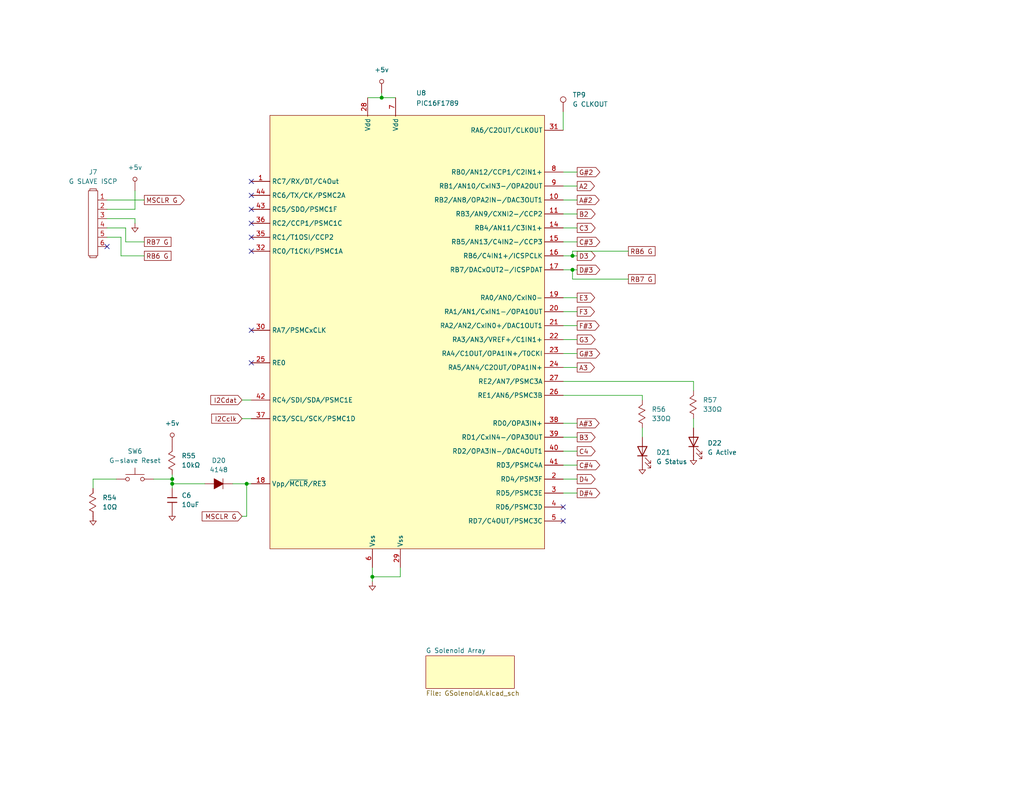
<source format=kicad_sch>
(kicad_sch (version 20231120) (generator "eeschema") (generator_version "8.0")
  (paper "A")
  (lib_symbols
    (symbol "Connector:TestPoint" (pin_numbers hide) (pin_names (offset 0.762) hide)
      (property "Reference" "TP" (at 0 6.858 0))
      (property "Value" "TestPoint" (at 0 5.08 0))
      (symbol "TestPoint_0_1"
        (circle (center 0 3.302) (radius 0.762))
      )
      (symbol "TestPoint_1_1"
        (pin passive line (at 0 0 90) (length 2.54) (name "1") (number "1"))
      )
    )
    (symbol "Custom Power:+5v" (power) (pin_numbers hide) (pin_names hide) (in_bom no) (on_board no)
      (property "Value" "+5v" (at 0 3.81 0))
      (symbol "+5v_0_1"
        (circle (center 0 1.8796) (radius 0.5611))
      )
      (symbol "+5v_1_1"
        (pin power_in line (at 0 -1.27 90) (length 2.54) (name "+5v") (number ""))
      )
    )
    (symbol "Custom Power:GND" (power) (pin_numbers hide) (pin_names hide) (in_bom no) (on_board no)
      (symbol "GND_0_1"
        (polyline (pts (xy -0.889 -1.27) (xy 0.889 -1.27) (xy 0 -2.413) (xy -0.889 -1.27)))
      )
      (symbol "GND_1_1"
        (pin power_in line (at 0 0 270) (length 1.27) (name "GND") (number "~"))
      )
    )
    (symbol "Device:LED" (pin_numbers hide) (pin_names (offset 1.016) hide)
      (property "Reference" "D" (at 0 2.54 0))
      (property "Value" "LED" (at 0 -2.54 0))
      (symbol "LED_0_1"
        (polyline (pts (xy -1.27 -1.27) (xy -1.27 1.27)) (stroke (width 0.254)))
        (polyline (pts (xy -1.27 0) (xy 1.27 0)))
        (polyline (pts (xy 1.27 -1.27) (xy 1.27 1.27) (xy -1.27 0) (xy 1.27 -1.27)) (stroke (width 0.254)))
        (polyline (pts (xy -3.048 -0.762) (xy -4.572 -2.286) (xy -3.81 -2.286) (xy -4.572 -2.286) (xy -4.572 -1.524)))
        (polyline (pts (xy -1.778 -0.762) (xy -3.302 -2.286) (xy -2.54 -2.286) (xy -3.302 -2.286) (xy -3.302 -1.524)))
      )
      (symbol "LED_1_1"
        (pin passive line (at -3.81 0 0) (length 2.54) (name "K") (number "1"))
        (pin passive line (at 3.81 0 180) (length 2.54) (name "A") (number "2"))
      )
    )
    (symbol "Owen's Symbols:Capacitor" (pin_numbers hide) (pin_names hide)
      (property "Reference" "C" (at 2.54 0 0))
      (property "Value" "?" (at 2.54 -2.54 0))
      (symbol "Capacitor_1_1"
        (polyline (pts (xy -1.27 -3.81) (xy 1.27 -3.81)) (stroke (width 0.254)))
        (polyline (pts (xy -1.27 -2.54) (xy 1.27 -2.54)) (stroke (width 0.254)))
        (pin passive line (at 0 0 270) (length 2.54) (name "1") (number "1"))
        (pin passive line (at 0 -6.35 90) (length 2.54) (name "2") (number "2"))
      )
    )
    (symbol "Owen's Symbols:Diode" (pin_numbers hide) (pin_names hide)
      (property "Reference" "D" (at 3.81 -1.27 0))
      (property "Value" "Vz" (at 3.81 -3.81 0))
      (symbol "Diode_0_1"
        (polyline (pts (xy -1.397 -4.953) (xy 1.397 -4.953) (xy 1.397 -4.953)))
      )
      (symbol "Diode_1_1"
        (polyline (pts (xy -1.397 -2.54) (xy 1.397 -2.54) (xy 0 -5.08) (xy -1.397 -2.54)) (fill (type outline)))
        (pin passive line (at 0 -7.62 90) (length 2.54) (name "1") (number "1"))
        (pin passive line (at 0 0 270) (length 2.54) (name "2") (number "2"))
      )
    )
    (symbol "Owen's Symbols:Header_1x6" (pin_names hide)
      (property "Reference" "J" (at -8.89 -3.81 0))
      (property "Value" "?" (at -8.89 -6.35 0))
      (symbol "Header_1x6_0_1"
        (rectangle (start -5.08 2.54) (end -2.54 -15.24))
        (polyline (pts (xy -4.699 -15.24) (xy -4.699 -15.748) (xy -2.921 -15.748) (xy -2.921 -15.24)))
        (polyline (pts (xy -4.699 2.54) (xy -4.699 3.048) (xy -2.921 3.048) (xy -2.921 2.54)))
      )
      (symbol "Header_1x6_1_1"
        (pin passive line (at 0 0 180) (length 2.54) (name "1") (number "1"))
        (pin passive line (at 0 -2.54 180) (length 2.54) (name "2") (number "2"))
        (pin passive line (at 0 -5.08 180) (length 2.54) (name "3") (number "3"))
        (pin passive line (at 0 -7.62 180) (length 2.54) (name "4") (number "4"))
        (pin passive line (at 0 -10.16 180) (length 2.54) (name "5") (number "5"))
        (pin passive line (at 0 -12.7 180) (length 2.54) (name "6") (number "6"))
      )
    )
    (symbol "Owen's Symbols:PIC16F1789_44"
      (property "Reference" "U" (at -37.592 5.334 0))
      (property "Value" "PIC16F1789" (at -31.75 4.826 0))
      (symbol "PIC16F1789_44_1_0"
        (pin bidirectional line (at 45.72 -3.81 180) (length 5.08) (name "RA6/C2OUT/CLKOUT") (number "31"))
      )
      (symbol "PIC16F1789_44_1_1"
        (rectangle (start -34.29 0) (end 40.64 -118.11) (fill (type background)))
        (pin bidirectional line (at 45.72 -76.2 180) (length 5.08) (name "RC7/RX/DT/C4Out") (number "1"))
        (pin bidirectional line (at 45.72 -22.86 180) (length 5.08) (name "RB2/AN8/OPA2IN-/DAC3OUT1") (number "10"))
        (pin bidirectional line (at 45.72 -26.67 180) (length 5.08) (name "RB3/AN9/CXNI2-/CCP2") (number "11"))
        (pin bidirectional line (at 45.72 -30.48 180) (length 5.08) (name "RB4/AN11/C3IN1+") (number "14"))
        (pin bidirectional line (at 45.72 -34.29 180) (length 5.08) (name "RB5/AN13/C4IN2-/CCP3") (number "15"))
        (pin bidirectional line (at 45.72 -38.1 180) (length 5.08) (name "RB6/C4IN1+/ICSPCLK") (number "16"))
        (pin bidirectional line (at 45.72 -41.91 180) (length 5.08) (name "RB7/DACxOUT2-/ICSPDAT") (number "17"))
        (pin bidirectional line (at -39.37 -100.33 0) (length 5.08) (name "Vpp/~{MCLR}/RE3") (number "18"))
        (pin bidirectional line (at -39.37 -15.24 0) (length 5.08) (name "RA0/AN0/CxIN0-") (number "19"))
        (pin bidirectional line (at 45.72 -99.06 180) (length 5.08) (name "RD4/PSM3F") (number "2"))
        (pin bidirectional line (at -39.37 -19.05 0) (length 5.08) (name "RA1/AN1/CxIN1-/OPA1OUT") (number "20"))
        (pin bidirectional line (at -39.37 -22.86 0) (length 5.08) (name "RA2/AN2/CxIN0+/DAC1OUT1") (number "21"))
        (pin bidirectional line (at -39.37 -26.67 0) (length 5.08) (name "RA3/AN3/VREF+/C1IN1+") (number "22"))
        (pin bidirectional line (at -39.37 -30.48 0) (length 5.08) (name "RA4/C1OUT/OPA1IN+/T0CKI") (number "23"))
        (pin bidirectional line (at -39.37 -34.29 0) (length 5.08) (name "RA5/AN4/C2OUT/OPA1IN+") (number "24"))
        (pin bidirectional line (at -39.37 -68.58 0) (length 5.08) (name "RE0") (number "25"))
        (pin bidirectional line (at -39.37 -63.5 0) (length 5.08) (name "RE1/AN6/PSMC3B") (number "26"))
        (pin bidirectional line (at -39.37 -59.69 0) (length 5.08) (name "RE2/AN7/PSMC3A") (number "27"))
        (pin bidirectional line (at -7.62 5.08 270) (length 5.08) (name "Vdd") (number "28"))
        (pin bidirectional line (at 1.27 -123.19 90) (length 5.08) (name "Vss") (number "29"))
        (pin bidirectional line (at 45.72 -102.87 180) (length 5.08) (name "RD5/PSMC3E") (number "3"))
        (pin bidirectional line (at -39.37 -41.91 0) (length 5.08) (name "RA7/PSMCxCLK") (number "30"))
        (pin bidirectional line (at -39.37 -38.1 0) (length 5.08) (name "RA6/C2OUT/CLKOUT") (number "31"))
        (pin bidirectional line (at 45.72 -49.53 180) (length 5.08) (name "RC0/T1CKI/PSMC1A") (number "32"))
        (pin bidirectional line (at 45.72 -53.34 180) (length 5.08) (name "RC1/T1OSI/CCP2") (number "35"))
        (pin bidirectional line (at 45.72 -57.15 180) (length 5.08) (name "RC2/CCP1/PSMC1C") (number "36"))
        (pin bidirectional line (at 45.72 -60.96 180) (length 5.08) (name "RC3/SCL/SCK/PSMC1D") (number "37"))
        (pin bidirectional line (at 45.72 -83.82 180) (length 5.08) (name "RD0/OPA3IN+") (number "38"))
        (pin bidirectional line (at 45.72 -87.63 180) (length 5.08) (name "RD1/CxIN4-/OPA3OUT") (number "39"))
        (pin bidirectional line (at 45.72 -106.68 180) (length 5.08) (name "RD6/PSMC3D") (number "4"))
        (pin bidirectional line (at 45.72 -91.44 180) (length 5.08) (name "RD2/OPA3IN-/DAC4OUT1") (number "40"))
        (pin bidirectional line (at 45.72 -95.25 180) (length 5.08) (name "RD3/PSMC4A") (number "41"))
        (pin bidirectional line (at 45.72 -64.77 180) (length 5.08) (name "RC4/SDI/SDA/PSMC1E") (number "42"))
        (pin bidirectional line (at 45.72 -68.58 180) (length 5.08) (name "RC5/SDO/PSMC1F") (number "43"))
        (pin bidirectional line (at 45.72 -72.39 180) (length 5.08) (name "RC6/TX/CK/PSMC2A") (number "44"))
        (pin bidirectional line (at 45.72 -110.49 180) (length 5.08) (name "RD7/C4OUT/PSMC3C") (number "5"))
        (pin bidirectional line (at -6.35 -123.19 90) (length 5.08) (name "Vss") (number "6"))
        (pin bidirectional line (at 0 5.08 270) (length 5.08) (name "Vdd") (number "7"))
        (pin bidirectional line (at 45.72 -15.24 180) (length 5.08) (name "RB0/AN12/CCP1/C2IN1+") (number "8"))
        (pin bidirectional line (at 45.72 -19.05 180) (length 5.08) (name "RB1/AN10/CxIN3-/OPA2OUT") (number "9"))
      )
      (symbol "PIC16F1789_44_1_2"
        (rectangle (start -34.29 0.254) (end 40.64 -118.11) (fill (type background)))
        (pin bidirectional line (at -39.37 -17.78 0) (length 5.08) (name "RC7/RX/DT/C4Out") (number "1"))
        (pin bidirectional line (at 45.72 -22.86 180) (length 5.08) (name "RB2/AN8/OPA2IN-/DAC3OUT1") (number "10"))
        (pin bidirectional line (at 45.72 -26.67 180) (length 5.08) (name "RB3/AN9/CXNI2-/CCP2") (number "11"))
        (pin bidirectional line (at 45.72 -30.48 180) (length 5.08) (name "RB4/AN11/C3IN1+") (number "14"))
        (pin bidirectional line (at 45.72 -34.29 180) (length 5.08) (name "RB5/AN13/C4IN2-/CCP3") (number "15"))
        (pin bidirectional line (at 45.72 -38.1 180) (length 5.08) (name "RB6/C4IN1+/ICSPCLK") (number "16"))
        (pin bidirectional line (at 45.72 -41.91 180) (length 5.08) (name "RB7/DACxOUT2-/ICSPDAT") (number "17"))
        (pin bidirectional line (at -39.37 -100.33 0) (length 5.08) (name "Vpp/~{MCLR}/RE3") (number "18"))
        (pin bidirectional line (at 45.72 -49.53 180) (length 5.08) (name "RA0/AN0/CxIN0-") (number "19"))
        (pin bidirectional line (at 45.72 -99.06 180) (length 5.08) (name "RD4/PSM3F") (number "2"))
        (pin bidirectional line (at 45.72 -53.34 180) (length 5.08) (name "RA1/AN1/CxIN1-/OPA1OUT") (number "20"))
        (pin bidirectional line (at 45.72 -57.15 180) (length 5.08) (name "RA2/AN2/CxIN0+/DAC1OUT1") (number "21"))
        (pin bidirectional line (at 45.72 -60.96 180) (length 5.08) (name "RA3/AN3/VREF+/C1IN1+") (number "22"))
        (pin bidirectional line (at 45.72 -64.77 180) (length 5.08) (name "RA4/C1OUT/OPA1IN+/T0CKI") (number "23"))
        (pin bidirectional line (at 45.72 -68.58 180) (length 5.08) (name "RA5/AN4/C2OUT/OPA1IN+") (number "24"))
        (pin bidirectional line (at -39.37 -67.31 0) (length 5.08) (name "RE0") (number "25"))
        (pin bidirectional line (at 45.72 -76.2 180) (length 5.08) (name "RE1/AN6/PSMC3B") (number "26"))
        (pin bidirectional line (at 45.72 -72.39 180) (length 5.08) (name "RE2/AN7/PSMC3A") (number "27"))
        (pin bidirectional line (at -7.62 5.08 270) (length 5.08) (name "Vdd") (number "28"))
        (pin bidirectional line (at 1.27 -123.19 90) (length 5.08) (name "Vss") (number "29"))
        (pin bidirectional line (at 45.72 -102.87 180) (length 5.08) (name "RD5/PSMC3E") (number "3"))
        (pin bidirectional line (at -39.37 -58.42 0) (length 5.08) (name "RA7/PSMCxCLK") (number "30"))
        (pin bidirectional line (at -39.37 -36.83 0) (length 5.08) (name "RC0/T1CKI/PSMC1A") (number "32"))
        (pin bidirectional line (at -39.37 -33.02 0) (length 5.08) (name "RC1/T1OSI/CCP2") (number "35"))
        (pin bidirectional line (at -39.37 -29.21 0) (length 5.08) (name "RC2/CCP1/PSMC1C") (number "36"))
        (pin bidirectional line (at -39.37 -82.55 0) (length 5.08) (name "RC3/SCL/SCK/PSMC1D") (number "37"))
        (pin bidirectional line (at 45.72 -83.82 180) (length 5.08) (name "RD0/OPA3IN+") (number "38"))
        (pin bidirectional line (at 45.72 -87.63 180) (length 5.08) (name "RD1/CxIN4-/OPA3OUT") (number "39"))
        (pin bidirectional line (at 45.72 -106.68 180) (length 5.08) (name "RD6/PSMC3D") (number "4"))
        (pin bidirectional line (at 45.72 -91.44 180) (length 5.08) (name "RD2/OPA3IN-/DAC4OUT1") (number "40"))
        (pin bidirectional line (at 45.72 -95.25 180) (length 5.08) (name "RD3/PSMC4A") (number "41"))
        (pin bidirectional line (at -39.37 -77.47 0) (length 5.08) (name "RC4/SDI/SDA/PSMC1E") (number "42"))
        (pin bidirectional line (at -39.37 -25.4 0) (length 5.08) (name "RC5/SDO/PSMC1F") (number "43"))
        (pin bidirectional line (at -39.37 -21.59 0) (length 5.08) (name "RC6/TX/CK/PSMC2A") (number "44"))
        (pin bidirectional line (at 45.72 -110.49 180) (length 5.08) (name "RD7/C4OUT/PSMC3C") (number "5"))
        (pin bidirectional line (at -6.35 -123.19 90) (length 5.08) (name "Vss") (number "6"))
        (pin bidirectional line (at 0 5.08 270) (length 5.08) (name "Vdd") (number "7"))
        (pin bidirectional line (at 45.72 -15.24 180) (length 5.08) (name "RB0/AN12/CCP1/C2IN1+") (number "8"))
        (pin bidirectional line (at 45.72 -19.05 180) (length 5.08) (name "RB1/AN10/CxIN3-/OPA2OUT") (number "9"))
      )
    )
    (symbol "Owen's Symbols:Resistor_Mod" (pin_numbers hide) (pin_names (offset 0) hide)
      (property "Reference" "R" (at 0 4.318 0))
      (property "Value" "ValueΩ" (at 0 2.54 0))
      (symbol "Resistor_Mod_0_1"
        (polyline (pts (xy -2.54 0) (xy -2.032 1.016) (xy -1.016 -0.762) (xy 0 1.016) (xy 1.016 -0.762) (xy 1.778 1.016) (xy 2.54 0)))
      )
      (symbol "Resistor_Mod_1_1"
        (pin passive line (at -3.81 0 0) (length 1.27) (name "1") (number "1"))
        (pin passive line (at 3.81 0 180) (length 1.27) (name "2") (number "2"))
      )
    )
    (symbol "Switch:SW_Push" (pin_numbers hide) (pin_names (offset 1.016) hide)
      (property "Reference" "SW" (at 1.27 2.54 0))
      (property "Value" "SW_Push" (at 0 -1.524 0))
      (symbol "SW_Push_0_1"
        (circle (center -2.032 0) (radius 0.508))
        (polyline (pts (xy 0 1.27) (xy 0 3.048)))
        (polyline (pts (xy 2.54 1.27) (xy -2.54 1.27)))
        (circle (center 2.032 0) (radius 0.508))
        (pin passive line (at -5.08 0 0) (length 2.54) (name "1") (number "1"))
        (pin passive line (at 5.08 0 180) (length 2.54) (name "2") (number "2"))
      )
    )
  )
  (junction (at 46.99 132.08))
  (junction (at 156.21 69.85))
  (junction (at 101.6 157.48))
  (junction (at 104.14 26.67))
  (junction (at 156.21 73.66))
  (junction (at 46.99 130.81))
  (junction (at 67.31 132.08))
  (no_connect (at 153.67 142.24))
  (no_connect (at 68.58 68.58))
  (no_connect (at 153.67 138.43))
  (no_connect (at 68.58 99.06))
  (no_connect (at 68.58 90.17))
  (no_connect (at 68.58 57.15))
  (no_connect (at 29.21 67.31))
  (no_connect (at 68.58 64.77))
  (no_connect (at 68.58 49.53))
  (no_connect (at 68.58 60.96))
  (no_connect (at 68.58 53.34))
  (wire (pts (xy 55.88 132.08) (xy 46.99 132.08)))
  (wire (pts (xy 46.99 130.81) (xy 46.99 129.54)))
  (wire (pts (xy 156.21 76.2) (xy 156.21 73.66)))
  (wire (pts (xy 63.5 132.08) (xy 67.31 132.08)))
  (wire (pts (xy 67.31 132.08) (xy 68.58 132.08)))
  (wire (pts (xy 25.4 133.35) (xy 25.4 130.81)))
  (wire (pts (xy 29.21 62.23) (xy 34.29 62.23)))
  (wire (pts (xy 153.67 100.33) (xy 157.48 100.33)))
  (wire (pts (xy 67.31 140.97) (xy 67.31 132.08)))
  (wire (pts (xy 41.91 130.81) (xy 46.99 130.81)))
  (wire (pts (xy 156.21 68.58) (xy 171.45 68.58)))
  (wire (pts (xy 153.67 96.52) (xy 157.48 96.52)))
  (wire (pts (xy 156.21 76.2) (xy 171.45 76.2)))
  (wire (pts (xy 153.67 134.62) (xy 157.48 134.62)))
  (wire (pts (xy 153.67 127) (xy 157.48 127)))
  (wire (pts (xy 34.29 66.04) (xy 39.37 66.04)))
  (wire (pts (xy 189.23 104.14) (xy 189.23 106.68)))
  (wire (pts (xy 36.83 57.15) (xy 36.83 52.07)))
  (wire (pts (xy 101.6 157.48) (xy 101.6 158.75)))
  (wire (pts (xy 29.21 57.15) (xy 36.83 57.15)))
  (wire (pts (xy 66.04 140.97) (xy 67.31 140.97)))
  (wire (pts (xy 34.29 62.23) (xy 34.29 66.04)))
  (wire (pts (xy 109.22 154.94) (xy 109.22 157.48)))
  (wire (pts (xy 153.67 62.23) (xy 157.48 62.23)))
  (wire (pts (xy 36.83 59.69) (xy 36.83 60.96)))
  (wire (pts (xy 46.99 132.08) (xy 46.99 133.35)))
  (wire (pts (xy 153.67 58.42) (xy 157.48 58.42)))
  (wire (pts (xy 101.6 157.48) (xy 109.22 157.48)))
  (wire (pts (xy 66.04 109.22) (xy 68.58 109.22)))
  (wire (pts (xy 153.67 85.09) (xy 157.48 85.09)))
  (wire (pts (xy 66.04 114.3) (xy 68.58 114.3)))
  (wire (pts (xy 104.14 25.4) (xy 104.14 26.67)))
  (wire (pts (xy 33.02 69.85) (xy 33.02 64.77)))
  (wire (pts (xy 153.67 69.85) (xy 156.21 69.85)))
  (wire (pts (xy 153.67 30.48) (xy 153.67 35.56)))
  (wire (pts (xy 153.67 92.71) (xy 157.48 92.71)))
  (wire (pts (xy 25.4 130.81) (xy 31.75 130.81)))
  (wire (pts (xy 156.21 73.66) (xy 157.48 73.66)))
  (wire (pts (xy 153.67 73.66) (xy 156.21 73.66)))
  (wire (pts (xy 29.21 54.61) (xy 39.37 54.61)))
  (wire (pts (xy 153.67 130.81) (xy 157.48 130.81)))
  (wire (pts (xy 156.21 69.85) (xy 157.48 69.85)))
  (wire (pts (xy 153.67 66.04) (xy 157.48 66.04)))
  (wire (pts (xy 100.33 26.67) (xy 104.14 26.67)))
  (wire (pts (xy 33.02 64.77) (xy 29.21 64.77)))
  (wire (pts (xy 153.67 88.9) (xy 157.48 88.9)))
  (wire (pts (xy 153.67 81.28) (xy 157.48 81.28)))
  (wire (pts (xy 153.67 54.61) (xy 157.48 54.61)))
  (wire (pts (xy 189.23 114.3) (xy 189.23 116.84)))
  (wire (pts (xy 153.67 123.19) (xy 157.48 123.19)))
  (wire (pts (xy 46.99 132.08) (xy 46.99 130.81)))
  (wire (pts (xy 156.21 68.58) (xy 156.21 69.85)))
  (wire (pts (xy 175.26 116.84) (xy 175.26 119.38)))
  (wire (pts (xy 101.6 154.94) (xy 101.6 157.48)))
  (wire (pts (xy 175.26 109.22) (xy 175.26 107.95)))
  (wire (pts (xy 153.67 50.8) (xy 157.48 50.8)))
  (wire (pts (xy 104.14 26.67) (xy 107.95 26.67)))
  (wire (pts (xy 39.37 69.85) (xy 33.02 69.85)))
  (wire (pts (xy 153.67 115.57) (xy 157.48 115.57)))
  (wire (pts (xy 153.67 119.38) (xy 157.48 119.38)))
  (wire (pts (xy 175.26 107.95) (xy 153.67 107.95)))
  (wire (pts (xy 29.21 59.69) (xy 36.83 59.69)))
  (wire (pts (xy 153.67 46.99) (xy 157.48 46.99)))
  (wire (pts (xy 153.67 104.14) (xy 189.23 104.14)))
  (global_label "MSCLR G" (shape input) (at 66.04 140.97 180) (property "Intersheetrefs" "${INTERSHEET_REFS}" (effects (hide yes))))
  (global_label "D#4" (shape output) (at 157.48 134.62 0) (property "Intersheetrefs" "${INTERSHEET_REFS}" (effects (hide yes))))
  (global_label "C4" (shape output) (at 157.48 123.19 0) (property "Intersheetrefs" "${INTERSHEET_REFS}" (effects (hide yes))))
  (global_label "D4" (shape output) (at 157.48 130.81 0) (property "Intersheetrefs" "${INTERSHEET_REFS}" (effects (hide yes))))
  (global_label "I2Cdat" (shape input) (at 66.04 109.22 180) (property "Intersheetrefs" "${INTERSHEET_REFS}" (effects (hide yes))))
  (global_label "C#3" (shape output) (at 157.48 66.04 0) (property "Intersheetrefs" "${INTERSHEET_REFS}" (effects (hide yes))))
  (global_label "RB6 G" (shape passive) (at 39.37 69.85 0) (property "Intersheetrefs" "${INTERSHEET_REFS}" (effects (hide yes))))
  (global_label "F#3" (shape output) (at 157.48 88.9 0) (property "Intersheetrefs" "${INTERSHEET_REFS}" (effects (hide yes))))
  (global_label "RB7 G" (shape passive) (at 39.37 66.04 0) (property "Intersheetrefs" "${INTERSHEET_REFS}" (effects (hide yes))))
  (global_label "G#3" (shape output) (at 157.48 96.52 0) (property "Intersheetrefs" "${INTERSHEET_REFS}" (effects (hide yes))))
  (global_label "G3" (shape output) (at 157.48 92.71 0) (property "Intersheetrefs" "${INTERSHEET_REFS}" (effects (hide yes))))
  (global_label "C#4" (shape output) (at 157.48 127 0) (property "Intersheetrefs" "${INTERSHEET_REFS}" (effects (hide yes))))
  (global_label "RB6 G" (shape passive) (at 171.45 68.58 0) (property "Intersheetrefs" "${INTERSHEET_REFS}" (effects (hide yes))))
  (global_label "A2" (shape output) (at 157.48 50.8 0) (property "Intersheetrefs" "${INTERSHEET_REFS}" (effects (hide yes))))
  (global_label "F3" (shape output) (at 157.48 85.09 0) (property "Intersheetrefs" "${INTERSHEET_REFS}" (effects (hide yes))))
  (global_label "A#3" (shape output) (at 157.48 115.57 0) (property "Intersheetrefs" "${INTERSHEET_REFS}" (effects (hide yes))))
  (global_label "I2Cclk" (shape input) (at 66.04 114.3 180) (property "Intersheetrefs" "${INTERSHEET_REFS}" (effects (hide yes))))
  (global_label "D#3" (shape output) (at 157.48 73.66 0) (property "Intersheetrefs" "${INTERSHEET_REFS}" (effects (hide yes))))
  (global_label "A3" (shape output) (at 157.48 100.33 0) (property "Intersheetrefs" "${INTERSHEET_REFS}" (effects (hide yes))))
  (global_label "C3" (shape output) (at 157.48 62.23 0) (property "Intersheetrefs" "${INTERSHEET_REFS}" (effects (hide yes))))
  (global_label "A#2" (shape output) (at 157.48 54.61 0) (property "Intersheetrefs" "${INTERSHEET_REFS}" (effects (hide yes))))
  (global_label "G#2" (shape output) (at 157.48 46.99 0) (property "Intersheetrefs" "${INTERSHEET_REFS}" (effects (hide yes))))
  (global_label "B3" (shape output) (at 157.48 119.38 0) (property "Intersheetrefs" "${INTERSHEET_REFS}" (effects (hide yes))))
  (global_label "D3" (shape output) (at 157.48 69.85 0) (property "Intersheetrefs" "${INTERSHEET_REFS}" (effects (hide yes))))
  (global_label "E3" (shape output) (at 157.48 81.28 0) (property "Intersheetrefs" "${INTERSHEET_REFS}" (effects (hide yes))))
  (global_label "RB7 G" (shape passive) (at 171.45 76.2 0) (property "Intersheetrefs" "${INTERSHEET_REFS}" (effects (hide yes))))
  (global_label "B2" (shape output) (at 157.48 58.42 0) (property "Intersheetrefs" "${INTERSHEET_REFS}" (effects (hide yes))))
  (global_label "MSCLR G" (shape output) (at 39.37 54.61 0) (property "Intersheetrefs" "${INTERSHEET_REFS}" (effects (hide yes))))
  (symbol (lib_id "Owen's Symbols:Resistor_Mod") (at 175.26 113.03 90) (unit 1)
    (property "Reference" "R56" (at 177.8 111.7599 90) (effects (justify right)))
    (property "Value" "330Ω" (at 177.8 114.2999 90) (effects (justify right)))
    (property "Footprint" "Resistor_SMD:R_0805_2012Metric_Pad1.20x1.40mm_HandSolder" (effects (hide yes)))
  )
  (symbol (lib_id "Owen's Symbols:Resistor_Mod") (at 46.99 125.73 90) (unit 1)
    (property "Reference" "R55" (at 49.53 124.4599 90) (effects (justify right)))
    (property "Value" "10kΩ" (at 49.53 126.9999 90) (effects (justify right)))
    (property "Footprint" "Resistor_SMD:R_0805_2012Metric_Pad1.20x1.40mm_HandSolder" (effects (hide yes)))
  )
  (symbol (lib_id "Owen's Symbols:Header_1x6") (at 29.21 54.61 0) (unit 1)
    (property "Reference" "J7" (at 25.4 46.99 0))
    (property "Value" "G SLAVE ISCP" (at 25.4 49.53 0))
    (property "Footprint" "Connector_PinHeader_2.54mm:PinHeader_1x06_P2.54mm_Vertical" (effects (hide yes)))
  )
  (symbol (lib_id "Device:LED") (at 189.23 120.65 90) (unit 1)
    (property "Reference" "D22" (at 193.04 120.9674 90) (effects (justify right)))
    (property "Value" "G Active" (at 193.04 123.5074 90) (effects (justify right)))
    (property "Footprint" "Diode_SMD:D_0805_2012Metric_Pad1.15x1.40mm_HandSolder" (effects (hide yes)))
    (property "Description" "Light emitting diode" (effects (hide yes)))
  )
  (symbol (lib_id "Switch:SW_Push") (at 36.83 130.81 0) (unit 1)
    (property "Reference" "SW6" (at 36.83 123.19 0))
    (property "Value" "G-slave Reset" (at 36.83 125.73 0))
    (property "Description" "Push button switch, generic, two pins" (effects (hide yes)))
  )
  (symbol (lib_id "Owen's Symbols:Resistor_Mod") (at 189.23 110.49 90) (unit 1)
    (property "Reference" "R57" (at 191.77 109.2199 90) (effects (justify right)))
    (property "Value" "330Ω" (at 191.77 111.7599 90) (effects (justify right)))
    (property "Footprint" "Resistor_SMD:R_0805_2012Metric_Pad1.20x1.40mm_HandSolder" (effects (hide yes)))
  )
  (symbol (lib_id "Connector:TestPoint") (at 153.67 30.48 0) (unit 1)
    (property "Reference" "TP9" (at 156.21 25.9079 0) (effects (justify left)))
    (property "Value" "G CLKOUT" (at 156.21 28.4479 0) (effects (justify left)))
    (property "Description" "test point" (effects (hide yes)))
  )
  (symbol (lib_id "Owen's Symbols:Capacitor") (at 46.99 133.35 0) (unit 1)
    (property "Reference" "C6" (at 49.53 135.2549 0) (effects (justify left)))
    (property "Value" "10uF" (at 49.53 137.7949 0) (effects (justify left)))
    (property "Footprint" "Capacitor_SMD:C_0805_2012Metric_Pad1.18x1.45mm_HandSolder" (effects (hide yes)))
  )
  (symbol (lib_id "Owen's Symbols:PIC16F1789_44") (at 107.95 31.75 0) (unit 1) (convert 2)
    (property "Reference" "U8" (at 113.538 25.4 0) (effects (justify left)))
    (property "Value" "PIC16F1789" (at 113.538 28.194 0) (effects (justify left)))
  )
  (symbol (lib_id "Custom Power:GND") (at 175.26 127 0) (unit 1) (in_bom no) (on_board no)
    (property "Reference" "#PWR088" (effects (hide yes)))
    (property "Value" "GND" (effects (hide yes)))
  )
  (symbol (lib_id "Owen's Symbols:Diode") (at 55.88 132.08 90) (unit 1)
    (property "Reference" "D20" (at 59.69 125.73 90))
    (property "Value" "4148" (at 59.69 128.27 90))
    (property "Footprint" "Diode_SMD:D_0805_2012Metric_Pad1.15x1.40mm_HandSolder" (effects (hide yes)))
  )
  (symbol (lib_id "Custom Power:GND") (at 46.99 139.7 0) (unit 1) (in_bom no) (on_board no)
    (property "Reference" "#PWR085" (effects (hide yes)))
    (property "Value" "GND" (effects (hide yes)))
  )
  (symbol (lib_id "Device:LED") (at 175.26 123.19 90) (unit 1)
    (property "Reference" "D21" (at 179.07 123.5074 90) (effects (justify right)))
    (property "Value" "G Status" (at 179.07 126.0474 90) (effects (justify right)))
    (property "Footprint" "Diode_SMD:D_0805_2012Metric_Pad1.15x1.40mm_HandSolder" (effects (hide yes)))
    (property "Description" "Light emitting diode" (effects (hide yes)))
  )
  (symbol (lib_id "Custom Power:+5v") (at 104.14 24.13 0) (unit 1) (in_bom no) (on_board no)
    (property "Reference" "#PWR087" (effects (hide yes)))
    (property "Value" "+5v" (at 104.14 19.05 0))
  )
  (symbol (lib_id "Custom Power:+5v") (at 46.99 120.65 0) (unit 1) (in_bom no) (on_board no)
    (property "Reference" "#PWR084" (effects (hide yes)))
    (property "Value" "+5v" (at 46.99 115.57 0))
  )
  (symbol (lib_id "Custom Power:GND") (at 101.6 158.75 0) (unit 1) (in_bom no) (on_board no)
    (property "Reference" "#PWR086" (effects (hide yes)))
    (property "Value" "GND" (effects (hide yes)))
  )
  (symbol (lib_id "Custom Power:+5v") (at 36.83 50.8 0) (unit 1) (in_bom no) (on_board no)
    (property "Reference" "#PWR082" (effects (hide yes)))
    (property "Value" "+5v" (at 36.83 45.72 0))
  )
  (symbol (lib_id "Custom Power:GND") (at 25.4 140.97 0) (unit 1) (in_bom no) (on_board no)
    (property "Reference" "#PWR081" (effects (hide yes)))
    (property "Value" "GND" (effects (hide yes)))
  )
  (symbol (lib_id "Owen's Symbols:Resistor_Mod") (at 25.4 137.16 90) (unit 1)
    (property "Reference" "R54" (at 27.94 135.8899 90) (effects (justify right)))
    (property "Value" "10Ω" (at 27.94 138.4299 90) (effects (justify right)))
    (property "Footprint" "Resistor_SMD:R_0805_2012Metric_Pad1.20x1.40mm_HandSolder" (effects (hide yes)))
  )
  (symbol (lib_id "Custom Power:GND") (at 36.83 60.96 0) (unit 1) (in_bom no) (on_board no)
    (property "Reference" "#PWR083" (effects (hide yes)))
    (property "Value" "GND" (effects (hide yes)))
  )
  (symbol (lib_id "Custom Power:GND") (at 189.23 124.46 0) (unit 1) (in_bom no) (on_board no)
    (property "Reference" "#PWR089" (effects (hide yes)))
    (property "Value" "GND" (effects (hide yes)))
  )
  (sheet (at 116.205 179.07) (size 24.13 8.89) (stroke (width 0.1524)) (fill (color 255 255 194 1.0000))
    (property "Sheetname" "G Solenoid Array" (at 116.205 178.3584 0) (effects (justify left bottom)))
    (property "Sheetfile" "GSolenoidA.kicad_sch" (at 116.205 188.5446 0) (effects (justify left top)))
  )
)
</source>
